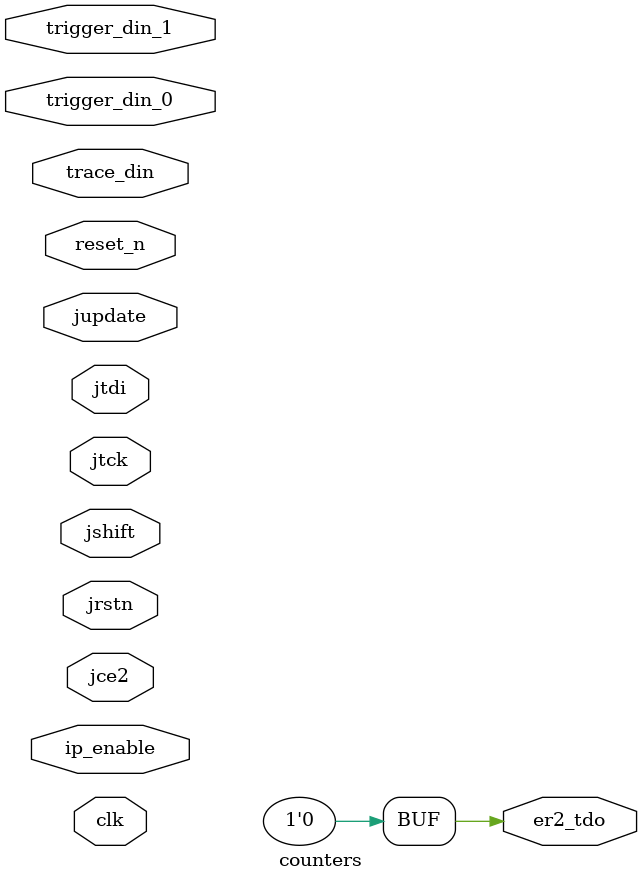
<source format=v>

/* WARNING - Changes to this file should be performed by re-running IPexpress
or modifying the .LPC file and regenerating the core.  Other changes may lead
to inconsistent simulation and/or implemenation results */

module counters (
    clk,
    reset_n,
    jtck,
    jrstn,
    jce2,
    jtdi,
    er2_tdo,
    jshift,
    jupdate,
    trigger_din_0,
    trigger_din_1,
    trace_din,
    ip_enable
);

// PARAMETERS DEFINED BY USER
localparam NUM_TRACE_SIGNALS   = 32;
localparam NUM_TRIGGER_SIGNALS = 2;
localparam INCLUDE_TRIG_DATA   = 0;
localparam NUM_TU_BITS_0       = 1;
localparam NUM_TU_BITS_1       = 1;

input  clk;
input  reset_n;
input  jtck;
input  jrstn;
input  jce2;
input  jtdi;
output er2_tdo;
input  jshift;
input  jupdate;
input  [NUM_TU_BITS_0 -1:0] trigger_din_0;
input  [NUM_TU_BITS_1 -1:0] trigger_din_1;
input  [NUM_TRACE_SIGNALS + (NUM_TRIGGER_SIGNALS * INCLUDE_TRIG_DATA) -1:0] trace_din;
input  ip_enable;

assign er2_tdo = 1'b0;

endmodule

</source>
